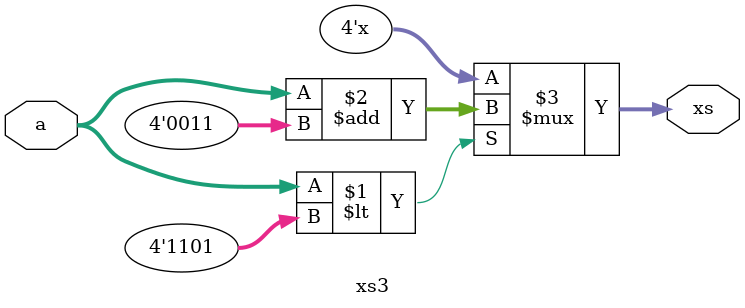
<source format=v>
module xs3 (
  input [3:0]a,output [3:0]xs  
);
assign xs=(a<4'b1101)? a+4'b0011 :4'bxxxx;

endmodule
</source>
